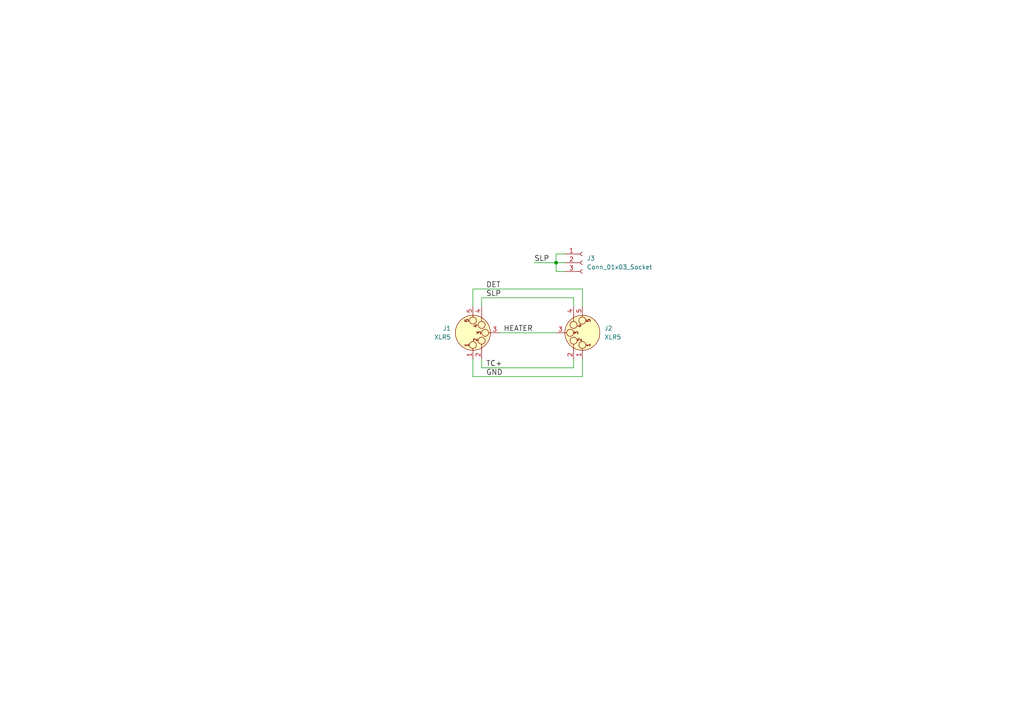
<source format=kicad_sch>
(kicad_sch (version 20250114) (generator "eeschema") (generator_version "9.0")
  (paper "A4")
  (title_block (title "MiniXLR adapter") (date "2025-08-18") (rev "6c") (company "elagil"))
  (lib_symbols
    (symbol "Connector:Conn_01x03_Socket" (pin_names (offset 1.016) (hide yes))
      (property "Reference" "J" (at 0 5.08 0))
      (property "Value" "Conn_01x03_Socket" (at 0 -5.08 0))
      (symbol "Conn_01x03_Socket_1_1"
        (polyline (pts (xy -1.27 2.54) (xy -0.508 2.54)) (stroke (width 0.1524)))
        (polyline (pts (xy -1.27 0) (xy -0.508 0)) (stroke (width 0.1524)))
        (polyline (pts (xy -1.27 -2.54) (xy -0.508 -2.54)) (stroke (width 0.1524)))
        (arc (start 0 2.032) (mid -0.5058 2.54) (end 0 3.048) (stroke (width 0.1524)))
        (arc (start 0 -0.508) (mid -0.5058 0) (end 0 0.508) (stroke (width 0.1524)))
        (arc (start 0 -3.048) (mid -0.5058 -2.54) (end 0 -2.032) (stroke (width 0.1524)))
        (pin passive line (at -5.08 2.54 0) (length 3.81) (name "Pin_1") (number "1"))
        (pin passive line (at -5.08 0 0) (length 3.81) (name "Pin_2") (number "2"))
        (pin passive line (at -5.08 -2.54 0) (length 3.81) (name "Pin_3") (number "3"))
      )
    )
    (symbol "Connector_Audio:XLR5" (pin_names (hide yes))
      (property "Reference" "J" (at 0 8.89 0))
      (property "Value" "XLR5" (at 0 6.35 0))
      (symbol "XLR5_0_1"
        (polyline (pts (xy -5.08 0) (xy -4.572 0)))
        (polyline (pts (xy -5.08 -2.54) (xy -4.445 -2.54)))
        (polyline (pts (xy -4.572 -2.54) (xy -3.302 -2.54)))
        (circle (center -3.556 0) (radius 1.016))
        (circle (center -2.286 -2.54) (radius 1.016))
        (circle (center 0 0) (radius 5.08) (fill (type background)))
        (circle (center 0 -3.556) (radius 1.016))
        (polyline (pts (xy 0 -5.08) (xy 0 -4.572)))
        (circle (center 2.286 -2.54) (radius 1.016))
        (circle (center 3.556 0) (radius 1.016))
        (polyline (pts (xy 4.572 -2.54) (xy 3.302 -2.54)))
        (polyline (pts (xy 5.08 0) (xy 4.572 0)))
        (polyline (pts (xy 5.08 -2.54) (xy 4.445 -2.54)))
        (text "1" (at -3.556 1.778 0) (effects (font (size 1.016 1.016) (bold yes))))
        (text "2" (at -2.032 -0.762 0) (effects (font (size 1.016 1.016) (bold yes))))
        (text "3" (at 0 -1.778 0) (effects (font (size 1.016 1.016) (bold yes))))
        (text "4" (at 2.032 -0.762 0) (effects (font (size 1.016 1.016) (bold yes))))
        (text "5" (at 3.556 1.778 0) (effects (font (size 1.016 1.016) (bold yes))))
      )
      (symbol "XLR5_1_1"
        (pin passive line (at -7.62 0 0) (length 2.54) (name "P1") (number "1"))
        (pin passive line (at -7.62 -2.54 0) (length 2.54) (name "P2") (number "2"))
        (pin passive line (at 0 -7.62 90) (length 2.54) (name "P3") (number "3"))
        (pin passive line (at 7.62 0 180) (length 2.54) (name "P5") (number "5"))
        (pin passive line (at 7.62 -2.54 180) (length 2.54) (name "P3") (number "4"))
      )
    )
  )
  (junction (at 161.29 76.2))
  (wire (pts (xy 168.91 109.22) (xy 168.91 104.14)))
  (wire (pts (xy 139.7 86.36) (xy 166.37 86.36)))
  (wire (pts (xy 168.91 83.82) (xy 168.91 88.9)))
  (wire (pts (xy 163.83 73.66) (xy 161.29 73.66)))
  (wire (pts (xy 137.16 109.22) (xy 168.91 109.22)))
  (wire (pts (xy 161.29 76.2) (xy 163.83 76.2)))
  (wire (pts (xy 137.16 104.14) (xy 137.16 109.22)))
  (wire (pts (xy 137.16 88.9) (xy 137.16 83.82)))
  (wire (pts (xy 166.37 104.14) (xy 166.37 106.68)))
  (wire (pts (xy 161.29 76.2) (xy 161.29 78.74)))
  (wire (pts (xy 154.94 76.2) (xy 161.29 76.2)))
  (wire (pts (xy 137.16 83.82) (xy 168.91 83.82)))
  (wire (pts (xy 166.37 86.36) (xy 166.37 88.9)))
  (wire (pts (xy 144.78 96.52) (xy 161.29 96.52)))
  (wire (pts (xy 139.7 106.68) (xy 139.7 104.14)))
  (wire (pts (xy 161.29 73.66) (xy 161.29 76.2)))
  (wire (pts (xy 161.29 78.74) (xy 163.83 78.74)))
  (wire (pts (xy 139.7 86.36) (xy 139.7 88.9)))
  (wire (pts (xy 166.37 106.68) (xy 139.7 106.68)))
  (label "TC+" (at 140.97 106.68 0) (effects (font (size 1.524 1.524))))
  (label "SLP" (at 140.97 86.36 0) (effects (font (size 1.524 1.524))))
  (label "SLP" (at 154.94 76.2 0) (effects (font (size 1.524 1.524))))
  (label "DET" (at 140.97 83.82 0) (effects (font (size 1.524 1.524))))
  (label "HEATER" (at 146.05 96.52 0) (effects (font (size 1.524 1.524))))
  (label "GND" (at 140.97 109.22 0) (effects (font (size 1.524 1.524))))
  (symbol (lib_id "Connector:Conn_01x03_Socket") (at 168.91 76.2 0) (unit 1)
    (property "Reference" "J3" (at 170.18 74.9299 0) (effects (justify left)))
    (property "Value" "Conn_01x03_Socket" (at 170.18 77.4699 0) (effects (justify left)))
    (property "Footprint" "Connector_PinSocket_2.00mm:PinSocket_1x03_P2.00mm_Vertical" (effects (hide yes)))
    (property "Description" "Generic connector, single row, 01x03, script generated" (effects (hide yes)))
  )
  (symbol (lib_id "Connector_Audio:XLR5") (at 168.91 96.52 270) (mirror x) (unit 1)
    (property "Reference" "J2" (at 175.26 95.2499 90) (effects (justify left)))
    (property "Value" "XLR5" (at 175.26 97.7899 90) (effects (justify left)))
    (property "Footprint" "connector_audio:MiniXLR-5_Rean_RT5MPR" (effects (hide yes)))
    (property "Description" "XLR Connector, Male or Female, 5 Pins" (effects (hide yes)))
  )
  (symbol (lib_id "Connector_Audio:XLR5") (at 137.16 96.52 90) (unit 1)
    (property "Reference" "J1" (at 130.81 95.2499 90) (effects (justify left)))
    (property "Value" "XLR5" (at 130.81 97.7899 90) (effects (justify left)))
    (property "Footprint" "connector_audio:MiniXLR-5_Rean_RT5MPR" (effects (hide yes)))
    (property "Description" "XLR Connector, Male or Female, 5 Pins" (effects (hide yes)))
  )
)
</source>
